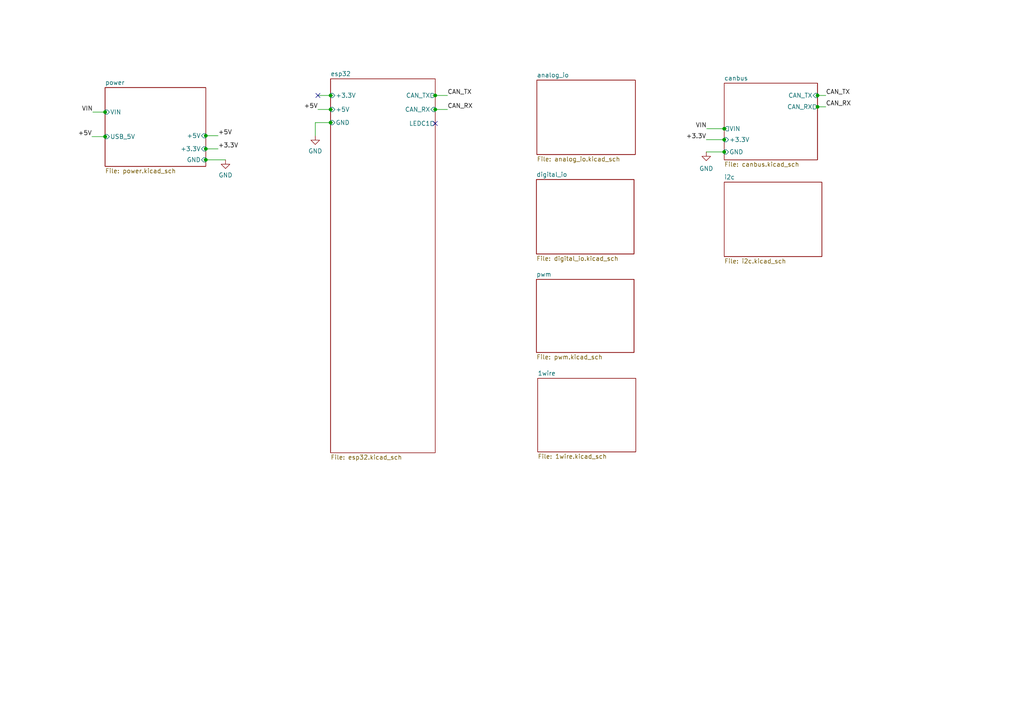
<source format=kicad_sch>
(kicad_sch (version 20211123) (generator eeschema)
  (paper "A4")
  (lib_symbols
    (symbol "power:GND" (power) (pin_names (offset 0))
      (property "Value" "GND" (at 0 -3.81 0))
      (symbol "GND_0_1"
        (polyline (pts (xy 0 0) (xy 0 -1.27) (xy 1.27 -1.27) (xy 0 -2.54) (xy -1.27 -1.27) (xy 0 -1.27)))
      )
      (symbol "GND_1_1"
        (pin power_in line (at 0 0 270) (length 0) hide (name "GND") (number "1"))
      )
    )
  )
  (junction (at 95.885 31.75))
  (junction (at 59.69 39.37))
  (junction (at 210.058 37.338))
  (junction (at 95.885 35.56))
  (junction (at 126.238 27.686))
  (junction (at 237.109 30.988))
  (junction (at 237.109 27.686))
  (junction (at 59.69 43.18))
  (junction (at 126.238 31.75))
  (junction (at 59.69 46.355))
  (junction (at 210.058 44.069))
  (junction (at 30.48 32.512))
  (junction (at 30.48 39.624))
  (junction (at 95.885 27.686))
  (junction (at 210.058 40.513))
  (no_connect (at 92.202 27.686))
  (no_connect (at 126.238 35.814))
  (wire (pts (xy 30.48 32.512) (xy 30.988 32.512)))
  (wire (pts (xy 26.67 39.624) (xy 30.48 39.624)))
  (wire (pts (xy 95.885 27.686) (xy 96.647 27.686)))
  (wire (pts (xy 237.109 30.988) (xy 239.522 30.988)))
  (wire (pts (xy 92.202 27.686) (xy 95.885 27.686)))
  (wire (pts (xy 91.44 35.56) (xy 95.885 35.56)))
  (wire (pts (xy 204.851 44.069) (xy 210.058 44.069)))
  (wire (pts (xy 59.69 43.18) (xy 63.246 43.18)))
  (wire (pts (xy 204.851 40.513) (xy 210.058 40.513)))
  (wire (pts (xy 59.055 46.355) (xy 59.69 46.355)))
  (wire (pts (xy 236.982 30.988) (xy 237.109 30.988)))
  (wire (pts (xy 125.73 31.75) (xy 126.238 31.75)))
  (wire (pts (xy 95.885 31.75) (xy 96.52 31.75)))
  (wire (pts (xy 59.182 43.18) (xy 59.69 43.18)))
  (wire (pts (xy 59.69 46.355) (xy 65.405 46.355)))
  (wire (pts (xy 210.058 44.069) (xy 210.185 44.069)))
  (wire (pts (xy 95.885 35.56) (xy 96.52 35.56)))
  (wire (pts (xy 91.44 39.37) (xy 91.44 35.56)))
  (wire (pts (xy 92.202 31.75) (xy 95.885 31.75)))
  (wire (pts (xy 59.69 39.37) (xy 63.246 39.37)))
  (wire (pts (xy 210.058 40.513) (xy 210.185 40.513)))
  (wire (pts (xy 237.109 27.686) (xy 239.522 27.686)))
  (wire (pts (xy 236.982 27.686) (xy 237.109 27.686)))
  (wire (pts (xy 26.924 32.512) (xy 30.48 32.512)))
  (wire (pts (xy 30.988 39.624) (xy 30.988 39.878)))
  (wire (pts (xy 125.476 27.686) (xy 126.238 27.686)))
  (wire (pts (xy 204.978 37.338) (xy 210.058 37.338)))
  (wire (pts (xy 210.058 37.338) (xy 210.82 37.338)))
  (wire (pts (xy 126.238 31.75) (xy 129.794 31.75)))
  (wire (pts (xy 59.182 39.37) (xy 59.69 39.37)))
  (wire (pts (xy 126.238 27.686) (xy 129.794 27.686)))
  (wire (pts (xy 30.48 39.624) (xy 30.988 39.624)))
  (label "VIN" (at 26.924 32.512 180))
  (label "+3.3V" (at 204.851 40.513 180))
  (label "CAN_RX" (at 129.794 31.75 0))
  (label "+5V" (at 92.202 31.75 180))
  (label "VIN" (at 204.978 37.338 180))
  (label "CAN_TX" (at 129.794 27.686 0))
  (label "+5V" (at 26.67 39.624 180))
  (label "CAN_TX" (at 239.522 27.686 0))
  (label "CAN_RX" (at 239.522 30.988 0))
  (label "+3.3V" (at 63.246 43.18 0))
  (label "+5V" (at 63.246 39.37 0))
  (symbol (lib_id "power:GND") (at 65.405 46.355 0) (unit 1)
    (property "Reference" "#PWR01" (effects hide))
    (property "Value" "GND" (at 65.405 50.8 0))
  )
  (symbol (lib_id "power:GND") (at 204.851 44.069 0) (unit 1)
    (property "Reference" "#PWR0104" (effects hide))
    (property "Value" "GND" (at 204.851 48.895 0))
  )
  (symbol (lib_id "power:GND") (at 91.44 39.37 0) (unit 1)
    (property "Reference" "#PWR02" (effects hide))
    (property "Value" "GND" (at 91.44 43.815 0))
  )
  (sheet (at 95.885 22.86) (size 30.353 108.458) (stroke (width 0.1524))
    (property "Sheet name" "esp32" (at 95.885 22.1484 0) (effects (justify left bottom)))
    (property "Sheet file" "esp32.kicad_sch" (at 95.885 131.9026 0) (effects (justify left top)))
    (pin "+5V" input (at 95.885 31.75 180))
    (pin "GND" input (at 95.885 35.56 180))
    (pin "+3.3V" input (at 95.885 27.686 180))
    (pin "CAN_TX" output (at 126.238 27.686 0))
    (pin "CAN_RX" input (at 126.238 31.75 0))
    (pin "LEDC1" output (at 126.238 35.814 0))
  )
  (sheet (at 155.575 81.026) (size 28.321 21.209) (stroke (width 0.1524))
    (property "Sheet name" "pwm" (at 155.575 80.3144 0) (effects (justify left bottom)))
    (property "Sheet file" "pwm.kicad_sch" (at 155.575 102.8196 0) (effects (justify left top)))
  )
  (sheet (at 210.058 24.13) (size 27.051 22.225) (stroke (width 0.1524))
    (property "Sheet name" "canbus" (at 210.058 23.4184 0) (effects (justify left bottom)))
    (property "Sheet file" "canbus.kicad_sch" (at 210.058 46.9396 0) (effects (justify left top)))
    (pin "GND" input (at 210.058 44.069 180))
    (pin "+3.3V" input (at 210.058 40.513 180))
    (pin "CAN_TX" input (at 237.109 27.686 0))
    (pin "CAN_RX" output (at 237.109 30.988 0))
    (pin "VIN" output (at 210.058 37.338 180))
  )
  (sheet (at 155.702 23.241) (size 28.575 21.59) (stroke (width 0.1524))
    (property "Sheet name" "analog_io" (at 155.702 22.5294 0) (effects (justify left bottom)))
    (property "Sheet file" "analog_io.kicad_sch" (at 155.702 45.4156 0) (effects (justify left top)))
  )
  (sheet (at 155.575 52.07) (size 28.321 21.59) (stroke (width 0.1524))
    (property "Sheet name" "digital_io" (at 155.575 51.3584 0) (effects (justify left bottom)))
    (property "Sheet file" "digital_io.kicad_sch" (at 155.575 74.2446 0) (effects (justify left top)))
  )
  (sheet (at 155.956 109.728) (size 28.448 21.336) (stroke (width 0.1524))
    (property "Sheet name" "1wire" (at 155.956 109.0164 0) (effects (justify left bottom)))
    (property "Sheet file" "1wire.kicad_sch" (at 155.956 131.6486 0) (effects (justify left top)))
  )
  (sheet (at 30.48 25.4) (size 29.21 22.86) (stroke (width 0.1524))
    (property "Sheet name" "power" (at 30.48 24.6884 0) (effects (justify left bottom)))
    (property "Sheet file" "power.kicad_sch" (at 30.48 48.8446 0) (effects (justify left top)))
    (pin "GND" input (at 59.69 46.355 0))
    (pin "+5V" input (at 59.69 39.37 0))
    (pin "USB_5V" input (at 30.48 39.624 180))
    (pin "+3.3V" input (at 59.69 43.18 0))
    (pin "VIN" input (at 30.48 32.512 180))
  )
  (sheet (at 210.058 52.832) (size 28.321 21.59) (stroke (width 0.1524))
    (property "Sheet name" "i2c" (at 210.058 52.1204 0) (effects (justify left bottom)))
    (property "Sheet file" "i2c.kicad_sch" (at 210.058 75.0066 0) (effects (justify left top)))
  )
)
</source>
